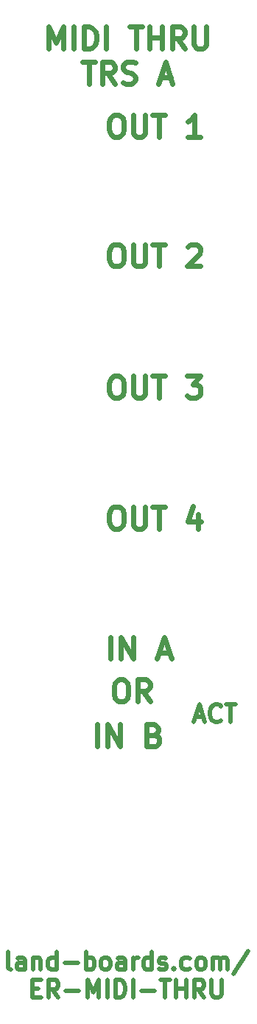
<source format=gto>
%TF.GenerationSoftware,KiCad,Pcbnew,(6.0.1)*%
%TF.CreationDate,2022-10-18T09:34:17-04:00*%
%TF.ProjectId,ER-MIDI-THRU_PANEL,45522d4d-4944-4492-9d54-4852555f5041,1*%
%TF.SameCoordinates,Original*%
%TF.FileFunction,Legend,Top*%
%TF.FilePolarity,Positive*%
%FSLAX46Y46*%
G04 Gerber Fmt 4.6, Leading zero omitted, Abs format (unit mm)*
G04 Created by KiCad (PCBNEW (6.0.1)) date 2022-10-18 09:34:17*
%MOMM*%
%LPD*%
G01*
G04 APERTURE LIST*
%ADD10C,0.625000*%
%ADD11C,0.500000*%
%ADD12C,0.150000*%
G04 APERTURE END LIST*
D10*
X5952380Y-9118452D02*
X5952380Y-6618452D01*
X6785714Y-8404166D01*
X7619047Y-6618452D01*
X7619047Y-9118452D01*
X8809523Y-9118452D02*
X8809523Y-6618452D01*
X10000000Y-9118452D02*
X10000000Y-6618452D01*
X10595238Y-6618452D01*
X10952380Y-6737500D01*
X11190476Y-6975595D01*
X11309523Y-7213690D01*
X11428571Y-7689880D01*
X11428571Y-8047023D01*
X11309523Y-8523214D01*
X11190476Y-8761309D01*
X10952380Y-8999404D01*
X10595238Y-9118452D01*
X10000000Y-9118452D01*
X12500000Y-9118452D02*
X12500000Y-6618452D01*
X15238095Y-6618452D02*
X16666666Y-6618452D01*
X15952380Y-9118452D02*
X15952380Y-6618452D01*
X17500000Y-9118452D02*
X17500000Y-6618452D01*
X17500000Y-7808928D02*
X18928571Y-7808928D01*
X18928571Y-9118452D02*
X18928571Y-6618452D01*
X21547619Y-9118452D02*
X20714285Y-7927976D01*
X20119047Y-9118452D02*
X20119047Y-6618452D01*
X21071428Y-6618452D01*
X21309523Y-6737500D01*
X21428571Y-6856547D01*
X21547619Y-7094642D01*
X21547619Y-7451785D01*
X21428571Y-7689880D01*
X21309523Y-7808928D01*
X21071428Y-7927976D01*
X20119047Y-7927976D01*
X22619047Y-6618452D02*
X22619047Y-8642261D01*
X22738095Y-8880357D01*
X22857142Y-8999404D01*
X23095238Y-9118452D01*
X23571428Y-9118452D01*
X23809523Y-8999404D01*
X23928571Y-8880357D01*
X24047619Y-8642261D01*
X24047619Y-6618452D01*
X9821428Y-10643452D02*
X11250000Y-10643452D01*
X10535714Y-13143452D02*
X10535714Y-10643452D01*
X13511904Y-13143452D02*
X12678571Y-11952976D01*
X12083333Y-13143452D02*
X12083333Y-10643452D01*
X13035714Y-10643452D01*
X13273809Y-10762500D01*
X13392857Y-10881547D01*
X13511904Y-11119642D01*
X13511904Y-11476785D01*
X13392857Y-11714880D01*
X13273809Y-11833928D01*
X13035714Y-11952976D01*
X12083333Y-11952976D01*
X14464285Y-13024404D02*
X14821428Y-13143452D01*
X15416666Y-13143452D01*
X15654761Y-13024404D01*
X15773809Y-12905357D01*
X15892857Y-12667261D01*
X15892857Y-12429166D01*
X15773809Y-12191071D01*
X15654761Y-12072023D01*
X15416666Y-11952976D01*
X14940476Y-11833928D01*
X14702380Y-11714880D01*
X14583333Y-11595833D01*
X14464285Y-11357738D01*
X14464285Y-11119642D01*
X14583333Y-10881547D01*
X14702380Y-10762500D01*
X14940476Y-10643452D01*
X15535714Y-10643452D01*
X15892857Y-10762500D01*
X18750000Y-12429166D02*
X19940476Y-12429166D01*
X18511904Y-13143452D02*
X19345238Y-10643452D01*
X20178571Y-13143452D01*
D11*
X22761904Y-85923333D02*
X23714285Y-85923333D01*
X22571428Y-86494761D02*
X23238095Y-84494761D01*
X23904761Y-86494761D01*
X25714285Y-86304285D02*
X25619047Y-86399523D01*
X25333333Y-86494761D01*
X25142857Y-86494761D01*
X24857142Y-86399523D01*
X24666666Y-86209047D01*
X24571428Y-86018571D01*
X24476190Y-85637619D01*
X24476190Y-85351904D01*
X24571428Y-84970952D01*
X24666666Y-84780476D01*
X24857142Y-84590000D01*
X25142857Y-84494761D01*
X25333333Y-84494761D01*
X25619047Y-84590000D01*
X25714285Y-84685238D01*
X26285714Y-84494761D02*
X27428571Y-84494761D01*
X26857142Y-86494761D02*
X26857142Y-84494761D01*
D10*
X13477678Y-46740952D02*
X13953869Y-46740952D01*
X14191964Y-46860000D01*
X14430059Y-47098095D01*
X14549107Y-47574285D01*
X14549107Y-48407619D01*
X14430059Y-48883809D01*
X14191964Y-49121904D01*
X13953869Y-49240952D01*
X13477678Y-49240952D01*
X13239583Y-49121904D01*
X13001488Y-48883809D01*
X12882440Y-48407619D01*
X12882440Y-47574285D01*
X13001488Y-47098095D01*
X13239583Y-46860000D01*
X13477678Y-46740952D01*
X15620535Y-46740952D02*
X15620535Y-48764761D01*
X15739583Y-49002857D01*
X15858630Y-49121904D01*
X16096726Y-49240952D01*
X16572916Y-49240952D01*
X16811011Y-49121904D01*
X16930059Y-49002857D01*
X17049107Y-48764761D01*
X17049107Y-46740952D01*
X17882440Y-46740952D02*
X19311011Y-46740952D01*
X18596726Y-49240952D02*
X18596726Y-46740952D01*
X21811011Y-46740952D02*
X23358630Y-46740952D01*
X22525297Y-47693333D01*
X22882440Y-47693333D01*
X23120535Y-47812380D01*
X23239583Y-47931428D01*
X23358630Y-48169523D01*
X23358630Y-48764761D01*
X23239583Y-49002857D01*
X23120535Y-49121904D01*
X22882440Y-49240952D01*
X22168154Y-49240952D01*
X21930059Y-49121904D01*
X21811011Y-49002857D01*
X13001488Y-79240952D02*
X13001488Y-76740952D01*
X14191964Y-79240952D02*
X14191964Y-76740952D01*
X15620535Y-79240952D01*
X15620535Y-76740952D01*
X18596726Y-78526666D02*
X19787202Y-78526666D01*
X18358630Y-79240952D02*
X19191964Y-76740952D01*
X20025297Y-79240952D01*
X13477678Y-61780952D02*
X13953869Y-61780952D01*
X14191964Y-61900000D01*
X14430059Y-62138095D01*
X14549107Y-62614285D01*
X14549107Y-63447619D01*
X14430059Y-63923809D01*
X14191964Y-64161904D01*
X13953869Y-64280952D01*
X13477678Y-64280952D01*
X13239583Y-64161904D01*
X13001488Y-63923809D01*
X12882440Y-63447619D01*
X12882440Y-62614285D01*
X13001488Y-62138095D01*
X13239583Y-61900000D01*
X13477678Y-61780952D01*
X15620535Y-61780952D02*
X15620535Y-63804761D01*
X15739583Y-64042857D01*
X15858630Y-64161904D01*
X16096726Y-64280952D01*
X16572916Y-64280952D01*
X16811011Y-64161904D01*
X16930059Y-64042857D01*
X17049107Y-63804761D01*
X17049107Y-61780952D01*
X17882440Y-61780952D02*
X19311011Y-61780952D01*
X18596726Y-64280952D02*
X18596726Y-61780952D01*
X23120535Y-62614285D02*
X23120535Y-64280952D01*
X22525297Y-61661904D02*
X21930059Y-63447619D01*
X23477678Y-63447619D01*
X11488095Y-89300952D02*
X11488095Y-86800952D01*
X12678571Y-89300952D02*
X12678571Y-86800952D01*
X14107142Y-89300952D01*
X14107142Y-86800952D01*
X18035714Y-87991428D02*
X18392857Y-88110476D01*
X18511904Y-88229523D01*
X18630952Y-88467619D01*
X18630952Y-88824761D01*
X18511904Y-89062857D01*
X18392857Y-89181904D01*
X18154761Y-89300952D01*
X17202380Y-89300952D01*
X17202380Y-86800952D01*
X18035714Y-86800952D01*
X18273809Y-86920000D01*
X18392857Y-87039047D01*
X18511904Y-87277142D01*
X18511904Y-87515238D01*
X18392857Y-87753333D01*
X18273809Y-87872380D01*
X18035714Y-87991428D01*
X17202380Y-87991428D01*
X14011904Y-81630952D02*
X14488095Y-81630952D01*
X14726190Y-81750000D01*
X14964285Y-81988095D01*
X15083333Y-82464285D01*
X15083333Y-83297619D01*
X14964285Y-83773809D01*
X14726190Y-84011904D01*
X14488095Y-84130952D01*
X14011904Y-84130952D01*
X13773809Y-84011904D01*
X13535714Y-83773809D01*
X13416666Y-83297619D01*
X13416666Y-82464285D01*
X13535714Y-81988095D01*
X13773809Y-81750000D01*
X14011904Y-81630952D01*
X17583333Y-84130952D02*
X16750000Y-82940476D01*
X16154761Y-84130952D02*
X16154761Y-81630952D01*
X17107142Y-81630952D01*
X17345238Y-81750000D01*
X17464285Y-81869047D01*
X17583333Y-82107142D01*
X17583333Y-82464285D01*
X17464285Y-82702380D01*
X17345238Y-82821428D01*
X17107142Y-82940476D01*
X16154761Y-82940476D01*
D11*
X1569047Y-114944761D02*
X1378571Y-114849523D01*
X1283333Y-114659047D01*
X1283333Y-112944761D01*
X3188095Y-114944761D02*
X3188095Y-113897142D01*
X3092857Y-113706666D01*
X2902380Y-113611428D01*
X2521428Y-113611428D01*
X2330952Y-113706666D01*
X3188095Y-114849523D02*
X2997619Y-114944761D01*
X2521428Y-114944761D01*
X2330952Y-114849523D01*
X2235714Y-114659047D01*
X2235714Y-114468571D01*
X2330952Y-114278095D01*
X2521428Y-114182857D01*
X2997619Y-114182857D01*
X3188095Y-114087619D01*
X4140476Y-113611428D02*
X4140476Y-114944761D01*
X4140476Y-113801904D02*
X4235714Y-113706666D01*
X4426190Y-113611428D01*
X4711904Y-113611428D01*
X4902380Y-113706666D01*
X4997619Y-113897142D01*
X4997619Y-114944761D01*
X6807142Y-114944761D02*
X6807142Y-112944761D01*
X6807142Y-114849523D02*
X6616666Y-114944761D01*
X6235714Y-114944761D01*
X6045238Y-114849523D01*
X5949999Y-114754285D01*
X5854761Y-114563809D01*
X5854761Y-113992380D01*
X5949999Y-113801904D01*
X6045238Y-113706666D01*
X6235714Y-113611428D01*
X6616666Y-113611428D01*
X6807142Y-113706666D01*
X7759523Y-114182857D02*
X9283333Y-114182857D01*
X10235714Y-114944761D02*
X10235714Y-112944761D01*
X10235714Y-113706666D02*
X10426190Y-113611428D01*
X10807142Y-113611428D01*
X10997619Y-113706666D01*
X11092857Y-113801904D01*
X11188095Y-113992380D01*
X11188095Y-114563809D01*
X11092857Y-114754285D01*
X10997619Y-114849523D01*
X10807142Y-114944761D01*
X10426190Y-114944761D01*
X10235714Y-114849523D01*
X12330952Y-114944761D02*
X12140476Y-114849523D01*
X12045238Y-114754285D01*
X11949999Y-114563809D01*
X11949999Y-113992380D01*
X12045238Y-113801904D01*
X12140476Y-113706666D01*
X12330952Y-113611428D01*
X12616666Y-113611428D01*
X12807142Y-113706666D01*
X12902380Y-113801904D01*
X12997619Y-113992380D01*
X12997619Y-114563809D01*
X12902380Y-114754285D01*
X12807142Y-114849523D01*
X12616666Y-114944761D01*
X12330952Y-114944761D01*
X14711904Y-114944761D02*
X14711904Y-113897142D01*
X14616666Y-113706666D01*
X14426190Y-113611428D01*
X14045238Y-113611428D01*
X13854761Y-113706666D01*
X14711904Y-114849523D02*
X14521428Y-114944761D01*
X14045238Y-114944761D01*
X13854761Y-114849523D01*
X13759523Y-114659047D01*
X13759523Y-114468571D01*
X13854761Y-114278095D01*
X14045238Y-114182857D01*
X14521428Y-114182857D01*
X14711904Y-114087619D01*
X15664285Y-114944761D02*
X15664285Y-113611428D01*
X15664285Y-113992380D02*
X15759523Y-113801904D01*
X15854761Y-113706666D01*
X16045238Y-113611428D01*
X16235714Y-113611428D01*
X17759523Y-114944761D02*
X17759523Y-112944761D01*
X17759523Y-114849523D02*
X17569047Y-114944761D01*
X17188095Y-114944761D01*
X16997619Y-114849523D01*
X16902380Y-114754285D01*
X16807142Y-114563809D01*
X16807142Y-113992380D01*
X16902380Y-113801904D01*
X16997619Y-113706666D01*
X17188095Y-113611428D01*
X17569047Y-113611428D01*
X17759523Y-113706666D01*
X18616666Y-114849523D02*
X18807142Y-114944761D01*
X19188095Y-114944761D01*
X19378571Y-114849523D01*
X19473809Y-114659047D01*
X19473809Y-114563809D01*
X19378571Y-114373333D01*
X19188095Y-114278095D01*
X18902380Y-114278095D01*
X18711904Y-114182857D01*
X18616666Y-113992380D01*
X18616666Y-113897142D01*
X18711904Y-113706666D01*
X18902380Y-113611428D01*
X19188095Y-113611428D01*
X19378571Y-113706666D01*
X20330952Y-114754285D02*
X20426190Y-114849523D01*
X20330952Y-114944761D01*
X20235714Y-114849523D01*
X20330952Y-114754285D01*
X20330952Y-114944761D01*
X22140476Y-114849523D02*
X21949999Y-114944761D01*
X21569047Y-114944761D01*
X21378571Y-114849523D01*
X21283333Y-114754285D01*
X21188095Y-114563809D01*
X21188095Y-113992380D01*
X21283333Y-113801904D01*
X21378571Y-113706666D01*
X21569047Y-113611428D01*
X21949999Y-113611428D01*
X22140476Y-113706666D01*
X23283333Y-114944761D02*
X23092857Y-114849523D01*
X22997619Y-114754285D01*
X22902380Y-114563809D01*
X22902380Y-113992380D01*
X22997619Y-113801904D01*
X23092857Y-113706666D01*
X23283333Y-113611428D01*
X23569047Y-113611428D01*
X23759523Y-113706666D01*
X23854761Y-113801904D01*
X23949999Y-113992380D01*
X23949999Y-114563809D01*
X23854761Y-114754285D01*
X23759523Y-114849523D01*
X23569047Y-114944761D01*
X23283333Y-114944761D01*
X24807142Y-114944761D02*
X24807142Y-113611428D01*
X24807142Y-113801904D02*
X24902380Y-113706666D01*
X25092857Y-113611428D01*
X25378571Y-113611428D01*
X25569047Y-113706666D01*
X25664285Y-113897142D01*
X25664285Y-114944761D01*
X25664285Y-113897142D02*
X25759523Y-113706666D01*
X25949999Y-113611428D01*
X26235714Y-113611428D01*
X26426190Y-113706666D01*
X26521428Y-113897142D01*
X26521428Y-114944761D01*
X28902380Y-112849523D02*
X27188095Y-115420952D01*
X4092857Y-117117142D02*
X4759523Y-117117142D01*
X5045238Y-118164761D02*
X4092857Y-118164761D01*
X4092857Y-116164761D01*
X5045238Y-116164761D01*
X7045238Y-118164761D02*
X6378571Y-117212380D01*
X5902380Y-118164761D02*
X5902380Y-116164761D01*
X6664285Y-116164761D01*
X6854761Y-116260000D01*
X6950000Y-116355238D01*
X7045238Y-116545714D01*
X7045238Y-116831428D01*
X6950000Y-117021904D01*
X6854761Y-117117142D01*
X6664285Y-117212380D01*
X5902380Y-117212380D01*
X7902380Y-117402857D02*
X9426190Y-117402857D01*
X10378571Y-118164761D02*
X10378571Y-116164761D01*
X11045238Y-117593333D01*
X11711904Y-116164761D01*
X11711904Y-118164761D01*
X12664285Y-118164761D02*
X12664285Y-116164761D01*
X13616666Y-118164761D02*
X13616666Y-116164761D01*
X14092857Y-116164761D01*
X14378571Y-116260000D01*
X14569047Y-116450476D01*
X14664285Y-116640952D01*
X14759523Y-117021904D01*
X14759523Y-117307619D01*
X14664285Y-117688571D01*
X14569047Y-117879047D01*
X14378571Y-118069523D01*
X14092857Y-118164761D01*
X13616666Y-118164761D01*
X15616666Y-118164761D02*
X15616666Y-116164761D01*
X16569047Y-117402857D02*
X18092857Y-117402857D01*
X18759523Y-116164761D02*
X19902380Y-116164761D01*
X19330952Y-118164761D02*
X19330952Y-116164761D01*
X20569047Y-118164761D02*
X20569047Y-116164761D01*
X20569047Y-117117142D02*
X21711904Y-117117142D01*
X21711904Y-118164761D02*
X21711904Y-116164761D01*
X23807142Y-118164761D02*
X23140476Y-117212380D01*
X22664285Y-118164761D02*
X22664285Y-116164761D01*
X23426190Y-116164761D01*
X23616666Y-116260000D01*
X23711904Y-116355238D01*
X23807142Y-116545714D01*
X23807142Y-116831428D01*
X23711904Y-117021904D01*
X23616666Y-117117142D01*
X23426190Y-117212380D01*
X22664285Y-117212380D01*
X24664285Y-116164761D02*
X24664285Y-117783809D01*
X24759523Y-117974285D01*
X24854761Y-118069523D01*
X25045238Y-118164761D01*
X25426190Y-118164761D01*
X25616666Y-118069523D01*
X25711904Y-117974285D01*
X25807142Y-117783809D01*
X25807142Y-116164761D01*
D10*
X13477678Y-16750952D02*
X13953869Y-16750952D01*
X14191964Y-16870000D01*
X14430059Y-17108095D01*
X14549107Y-17584285D01*
X14549107Y-18417619D01*
X14430059Y-18893809D01*
X14191964Y-19131904D01*
X13953869Y-19250952D01*
X13477678Y-19250952D01*
X13239583Y-19131904D01*
X13001488Y-18893809D01*
X12882440Y-18417619D01*
X12882440Y-17584285D01*
X13001488Y-17108095D01*
X13239583Y-16870000D01*
X13477678Y-16750952D01*
X15620535Y-16750952D02*
X15620535Y-18774761D01*
X15739583Y-19012857D01*
X15858630Y-19131904D01*
X16096726Y-19250952D01*
X16572916Y-19250952D01*
X16811011Y-19131904D01*
X16930059Y-19012857D01*
X17049107Y-18774761D01*
X17049107Y-16750952D01*
X17882440Y-16750952D02*
X19311011Y-16750952D01*
X18596726Y-19250952D02*
X18596726Y-16750952D01*
X23358630Y-19250952D02*
X21930059Y-19250952D01*
X22644345Y-19250952D02*
X22644345Y-16750952D01*
X22406250Y-17108095D01*
X22168154Y-17346190D01*
X21930059Y-17465238D01*
X13477678Y-31630952D02*
X13953869Y-31630952D01*
X14191964Y-31750000D01*
X14430059Y-31988095D01*
X14549107Y-32464285D01*
X14549107Y-33297619D01*
X14430059Y-33773809D01*
X14191964Y-34011904D01*
X13953869Y-34130952D01*
X13477678Y-34130952D01*
X13239583Y-34011904D01*
X13001488Y-33773809D01*
X12882440Y-33297619D01*
X12882440Y-32464285D01*
X13001488Y-31988095D01*
X13239583Y-31750000D01*
X13477678Y-31630952D01*
X15620535Y-31630952D02*
X15620535Y-33654761D01*
X15739583Y-33892857D01*
X15858630Y-34011904D01*
X16096726Y-34130952D01*
X16572916Y-34130952D01*
X16811011Y-34011904D01*
X16930059Y-33892857D01*
X17049107Y-33654761D01*
X17049107Y-31630952D01*
X17882440Y-31630952D02*
X19311011Y-31630952D01*
X18596726Y-34130952D02*
X18596726Y-31630952D01*
X21930059Y-31869047D02*
X22049107Y-31750000D01*
X22287202Y-31630952D01*
X22882440Y-31630952D01*
X23120535Y-31750000D01*
X23239583Y-31869047D01*
X23358630Y-32107142D01*
X23358630Y-32345238D01*
X23239583Y-32702380D01*
X21811011Y-34130952D01*
X23358630Y-34130952D01*
D12*
%TO.C,*%
%TD*%
M02*

</source>
